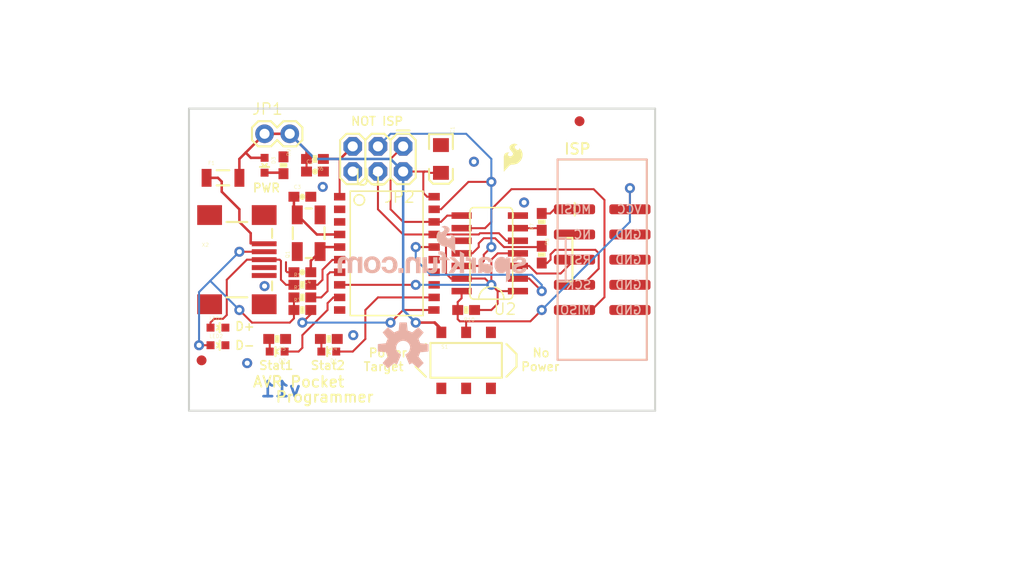
<source format=kicad_pcb>
(kicad_pcb (version 20211014) (generator pcbnew)
  (layers (0 "F.Cu" signal) (31 "B.Cu" signal) (34 "B.Paste" user) (35 "F.Paste" user) (36 "B.SilkS" user "B.Silkscreen") (37 "F.SilkS" user "F.Silkscreen") (38 "B.Mask" user) (39 "F.Mask" user) (44 "Edge.Cuts" user))
  (net 0 "")
  (net 1 "VCC")
  (net 2 "GND")
  (net 3 "RST")
  (net 4 "RST'")
  (net 5 "SCK'")
  (net 6 "MOSI'")
  (net 7 "MISO'")
  (net 8 "D-")
  (net 9 "D+")
  (net 10 "PD+")
  (net 11 "PD-")
  (net 12 "N$1")
  (net 13 "N$2")
  (net 14 "N$17")
  (net 15 "N$18")
  (net 16 "N$19")
  (net 17 "CTL")
  (net 18 "N$22")
  (net 19 "N$25")
  (net 20 "TARGET-RST")
  (net 21 "TARGET-MOSI")
  (net 22 "TARGET-SCK")
  (net 23 "TARGET-MISO")
  (net 24 "TARGET-PWR")
  (net 25 "N$3")
  (net 26 "N$4")
  (net 27 "N$5")
  (net 28 "N$6")
  (footprint "boardEagle:SFE-LOGO-FLAME" (layer "F.Cu") (at 156.7561 96.1136)
    (fp_text reference "U$2" hide)
    (fp_text value "LOGO-SFESK" hide)
  )
  (footprint "boardEagle:LED-0603" (layer "F.Cu") (at 133.8961 114.2746 90)
    (fp_text reference "D2" (at -0.6985 0.889 180) (layer "F.SilkS") (effects (font (size 0.373888 0.373888) (thickness 0.032512)) (justify right top)))
    (fp_text value "Red")
    (pad "A" smd rect (at 0 0.75 90) (size 0.8 0.8) (layers "F.Cu" "F.Paste" "F.Mask") (net 13 "N$2"))
    (pad "C" smd rect (at 0 -0.75 90) (size 0.8 0.8) (layers "F.Cu" "F.Paste" "F.Mask") (net 16 "N$19"))
  )
  (footprint "boardEagle:PTC-1206-WIDE" (layer "F.Cu") (at 128.4351 96.7486)
    (fp_text reference "F1" (at -1.524 -1.27) (layer "F.SilkS") (effects (font (size 0.373888 0.373888) (thickness 0.032512)) (justify left bottom)))
    (fp_text value "500mA")
    (pad "1" smd rect (at -1.654 0) (size 1 1.8) (layers "F.Cu" "F.Paste" "F.Mask") (net 26 "N$4"))
    (pad "2" smd rect (at 1.654 0) (size 1 1.8) (layers "F.Cu" "F.Paste" "F.Mask") (net 1 "VCC"))
  )
  (footprint "boardEagle:FIDUCIAL-1X2" (layer "F.Cu") (at 164.3761 91.0336)
    (fp_text reference "U$7" hide)
    (fp_text value "FIDUCIAL1X2" hide)
    (pad "1" smd roundrect (at 0 0) (size 1 1) (layers "F.Cu" "F.Mask") (roundrect_rratio 0.5))
  )
  (footprint "boardEagle:LED-0603" (layer "F.Cu") (at 132.6261 95.4786 180)
    (fp_text reference "D3" (at -0.6985 0.889 270) (layer "F.SilkS") (effects (font (size 0.373888 0.373888) (thickness 0.032512)) (justify right top)))
    (fp_text value "Blue")
    (pad "A" smd rect (at 0 0.75 180) (size 0.8 0.8) (layers "F.Cu" "F.Paste" "F.Mask") (net 1 "VCC"))
    (pad "C" smd rect (at 0 -0.75 180) (size 0.8 0.8) (layers "F.Cu" "F.Paste" "F.Mask") (net 25 "N$3"))
  )
  (footprint "boardEagle:SO014" (layer "F.Cu") (at 155.4861 105.0036 90)
    (fp_text reference "U2" (at -4.318 2.6035 180) (layer "F.SilkS") (effects (font (size 1.143 1.143) (thickness 0.127)) (justify right top)))
    (fp_text value "74ACT125D" hide)
    (pad "1" smd rect (at -3.175 2.6797 90) (size 0.6604 2.032) (layers "F.Cu" "F.Paste" "F.Mask") (net 17 "CTL"))
    (pad "2" smd rect (at -1.905 2.6797 90) (size 0.6604 2.032) (layers "F.Cu" "F.Paste" "F.Mask") (net 4 "RST'"))
    (pad "3" smd rect (at -0.635 2.6797 90) (size 0.6604 2.032) (layers "F.Cu" "F.Paste" "F.Mask") (net 20 "TARGET-RST"))
    (pad "4" smd rect (at 0.635 2.6797 90) (size 0.6604 2.032) (layers "F.Cu" "F.Paste" "F.Mask") (net 17 "CTL"))
    (pad "5" smd rect (at 1.905 2.6797 90) (size 0.6604 2.032) (layers "F.Cu" "F.Paste" "F.Mask") (net 6 "MOSI'"))
    (pad "6" smd rect (at 3.175 2.6797 90) (size 0.6604 2.032) (layers "F.Cu" "F.Paste" "F.Mask") (net 18 "N$22"))
    (pad "7" smd rect (at 4.445 2.6797 90) (size 0.6604 2.032) (layers "F.Cu" "F.Paste" "F.Mask") (net 2 "GND"))
    (pad "8" smd rect (at 4.445 -2.9972 90) (size 0.6604 2.032) (layers "F.Cu" "F.Paste" "F.Mask") (net 7 "MISO'"))
    (pad "9" smd rect (at 3.175 -2.9972 90) (size 0.6604 2.032) (layers "F.Cu" "F.Paste" "F.Mask") (net 23 "TARGET-MISO"))
    (pad "10" smd rect (at 1.905 -2.9972 90) (size 0.6604 2.032) (layers "F.Cu" "F.Paste" "F.Mask") (net 17 "CTL"))
    (pad "11" smd rect (at 0.635 -2.9972 90) (size 0.6604 2.032) (layers "F.Cu" "F.Paste" "F.Mask") (net 19 "N$25"))
    (pad "12" smd rect (at -0.635 -2.9972 90) (size 0.6604 2.032) (layers "F.Cu" "F.Paste" "F.Mask") (net 5 "SCK'"))
    (pad "13" smd rect (at -1.905 -2.9972 90) (size 0.6604 2.032) (layers "F.Cu" "F.Paste" "F.Mask") (net 17 "CTL"))
    (pad "14" smd rect (at -3.175 -2.9972 90) (size 0.6604 2.032) (layers "F.Cu" "F.Paste" "F.Mask") (net 24 "TARGET-PWR"))
  )
  (footprint "boardEagle:LED-0603" (layer "F.Cu") (at 127.9271 111.8616 -90)
    (fp_text reference "LED1" (at -0.6985 0.889) (layer "F.SilkS") (effects (font (size 0.373888 0.373888) (thickness 0.032512)) (justify left bottom)))
    (fp_text value "Blue")
    (pad "A" smd rect (at 0 0.75 270) (size 0.8 0.8) (layers "F.Cu" "F.Paste" "F.Mask") (net 9 "D+"))
    (pad "C" smd rect (at 0 -0.75 270) (size 0.8 0.8) (layers "F.Cu" "F.Paste" "F.Mask") (net 2 "GND"))
  )
  (footprint "boardEagle:2X5-SHROUDED_SMD" (layer "F.Cu") (at 166.6621 105.0036)
    (fp_text reference "JP3" hide)
    (fp_text value "AVR_SPI_PROG2SHROUDED_SMD")
    (pad "1" smd roundrect (at -2.794 -5.08) (size 4.15 1) (layers "F.Cu" "F.Paste" "F.Mask") (net 21 "TARGET-MOSI"))
    (pad "2" smd roundrect (at 2.794 -5.08) (size 4.15 1) (layers "F.Cu" "F.Paste" "F.Mask") (net 24 "TARGET-PWR"))
    (pad "3" smd roundrect (at -2.794 -2.54) (size 4.15 1) (layers "F.Cu" "F.Paste" "F.Mask"))
    (pad "4" smd roundrect (at 2.794 -2.54) (size 4.15 1) (layers "F.Cu" "F.Paste" "F.Mask") (net 2 "GND"))
    (pad "5" smd roundrect (at -2.794 0) (size 4.15 1) (layers "F.Cu" "F.Paste" "F.Mask") (net 20 "TARGET-RST"))
    (pad "6" smd roundrect (at 2.794 0) (size 4.15 1) (layers "F.Cu" "F.Paste" "F.Mask") (net 2 "GND"))
    (pad "7" smd roundrect (at -2.794 2.54) (size 4.15 1) (layers "F.Cu" "F.Paste" "F.Mask") (net 22 "TARGET-SCK"))
    (pad "8" smd roundrect (at 2.794 2.54) (size 4.15 1) (layers "F.Cu" "F.Paste" "F.Mask") (net 2 "GND"))
    (pad "9" smd roundrect (at -2.794 5.08) (size 4.15 1) (layers "F.Cu" "F.Paste" "F.Mask") (net 23 "TARGET-MISO"))
    (pad "10" smd roundrect (at 2.794 5.08) (size 4.15 1) (layers "F.Cu" "F.Paste" "F.Mask") (net 2 "GND"))
  )
  (footprint "boardEagle:LED-0603" (layer "F.Cu") (at 127.9271 113.6396 -90)
    (fp_text reference "LED2" (at -0.6985 0.889) (layer "F.SilkS") (effects (font (size 0.373888 0.373888) (thickness 0.032512)) (justify left bottom)))
    (fp_text value "Blue")
    (pad "A" smd rect (at 0 0.75 270) (size 0.8 0.8) (layers "F.Cu" "F.Paste" "F.Mask") (net 8 "D-"))
    (pad "C" smd rect (at 0 -0.75 270) (size 0.8 0.8) (layers "F.Cu" "F.Paste" "F.Mask") (net 2 "GND"))
  )
  (footprint "boardEagle:0603-RES" (layer "F.Cu") (at 133.8961 113.0046 180)
    (fp_text reference "R5" (at -0.889 -0.762 180) (layer "F.SilkS") (effects (font (size 0.373888 0.373888) (thickness 0.032512)) (justify right top)))
    (fp_text value "1K")
    (pad "1" smd rect (at -0.85 0 180) (size 1.1 1) (layers "F.Cu" "F.Paste" "F.Mask") (net 2 "GND"))
    (pad "2" smd rect (at 0.85 0 180) (size 1.1 1) (layers "F.Cu" "F.Paste" "F.Mask") (net 16 "N$19"))
  )
  (footprint "boardEagle:STAND-OFF" (layer "F.Cu") (at 169.4561 117.7036)
    (fp_text reference "U$5" hide)
    (fp_text value "STAND-OFF" hide)
    (pad "" np_thru_hole circle (at 0 0) (size 3.302 3.302) (drill 3.302) (layers *.Cu *.Mask))
  )
  (footprint "boardEagle:1X02" (layer "F.Cu") (at 132.6261 92.3036)
    (fp_text reference "JP1" (at -1.3462 -1.8288) (layer "F.SilkS") (effects (font (size 1.143 1.143) (thickness 0.127)) (justify left bottom)))
    (fp_text value "Power Select")
    (pad "1" thru_hole circle (at 0 0 90) (size 1.8796 1.8796) (drill 1.016) (layers *.Cu *.Mask) (net 1 "VCC"))
    (pad "2" thru_hole circle (at 2.54 0 90) (size 1.8796 1.8796) (drill 1.016) (layers *.Cu *.Mask) (net 1 "VCC"))
  )
  (footprint "boardEagle:CRYSTAL-SMD-5X3" (layer "F.Cu") (at 137.0711 102.3366 90)
    (fp_text reference "Q1" (at -2.54 -1.905 90) (layer "F.SilkS") (effects (font (size 0.373888 0.373888) (thickness 0.032512)) (justify left bottom)))
    (fp_text value "12 MHz")
    (pad "1" smd rect (at -1.85 1.15 90) (size 1.9 1.1) (layers "F.Cu" "F.Paste" "F.Mask") (net 28 "N$6"))
    (pad "2" smd rect (at 1.85 1.15 90) (size 1.9 1.1) (layers "F.Cu" "F.Paste" "F.Mask"))
    (pad "3" smd rect (at 1.85 -1.15 90) (size 1.9 1.1) (layers "F.Cu" "F.Paste" "F.Mask") (net 27 "N$5"))
    (pad "4" smd rect (at -1.85 -1.15 90) (size 1.9 1.1) (layers "F.Cu" "F.Paste" "F.Mask"))
  )
  (footprint "boardEagle:0603-RES" (layer "F.Cu") (at 152.9461 110.0836 180)
    (fp_text reference "R10" (at -0.889 -0.762 180) (layer "F.SilkS") (effects (font (size 0.373888 0.373888) (thickness 0.032512)) (justify right top)))
    (fp_text value "22K")
    (pad "1" smd rect (at -0.85 0 180) (size 1.1 1) (layers "F.Cu" "F.Paste" "F.Mask") (net 17 "CTL"))
    (pad "2" smd rect (at 0.85 0 180) (size 1.1 1) (layers "F.Cu" "F.Paste" "F.Mask") (net 24 "TARGET-PWR"))
  )
  (footprint "boardEagle:0603-RES" (layer "F.Cu") (at 137.7061 94.8436 180)
    (fp_text reference "R6" (at -0.889 -0.762 180) (layer "F.SilkS") (effects (font (size 0.373888 0.373888) (thickness 0.032512)) (justify right top)))
    (fp_text value "1K")
    (pad "1" smd rect (at -0.85 0 180) (size 1.1 1) (layers "F.Cu" "F.Paste" "F.Mask") (net 3 "RST"))
    (pad "2" smd rect (at 0.85 0 180) (size 1.1 1) (layers "F.Cu" "F.Paste" "F.Mask") (net 1 "VCC"))
  )
  (footprint "boardEagle:CREATIVE_COMMONS" (layer "F.Cu") (at 126.2761 131.6736)
    (fp_text reference "FRAME1" hide)
    (fp_text value "FRAME-LETTER" hide)
  )
  (footprint "boardEagle:0603-RES" (layer "F.Cu") (at 136.4361 108.8136)
    (fp_text reference "R2" (at -0.889 -0.762) (layer "F.SilkS") (effects (font (size 0.373888 0.373888) (thickness 0.032512)) (justify left bottom)))
    (fp_text value "27")
    (pad "1" smd rect (at -0.85 0) (size 1.1 1) (layers "F.Cu" "F.Paste" "F.Mask") (net 8 "D-"))
    (pad "2" smd rect (at 0.85 0) (size 1.1 1) (layers "F.Cu" "F.Paste" "F.Mask") (net 11 "PD-"))
  )
  (footprint "boardEagle:AYZ0202" (layer "F.Cu") (at 152.9461 115.1636)
    (fp_text reference "S1" (at -2.54 -1.143) (layer "F.SilkS") (effects (font (size 0.373888 0.373888) (thickness 0.032512)) (justify left bottom)))
    (fp_text value "Power Select")
    (pad "" np_thru_hole circle (at -1.5 0) (size 0.85 0.85) (drill 0.85) (layers *.Cu *.Mask))
    (pad "" np_thru_hole circle (at 1.5 0) (size 0.85 0.85) (drill 0.85) (layers *.Cu *.Mask))
    (pad "1" smd rect (at -2.5 -2.825) (size 1 1.15) (layers "F.Cu" "F.Paste" "F.Mask") (net 1 "VCC"))
    (pad "2" smd rect (at 0 -2.825) (size 1 1.15) (layers "F.Cu" "F.Paste" "F.Mask") (net 24 "TARGET-PWR"))
    (pad "3" smd rect (at 2.5 -2.825) (size 1 1.15) (layers "F.Cu" "F.Paste" "F.Mask"))
    (pad "4" smd rect (at -2.5 2.825) (size 1 1.15) (layers "F.Cu" "F.Paste" "F.Mask"))
    (pad "5" smd rect (at 0 2.825) (size 1 1.15) (layers "F.Cu" "F.Paste" "F.Mask"))
    (pad "6" smd rect (at 2.5 2.825) (size 1 1.15) (layers "F.Cu" "F.Paste" "F.Mask"))
  )
  (footprint "boardEagle:0603-CAP" (layer "F.Cu") (at 137.7061 96.1136)
    (fp_text reference "C2" (at -0.889 -0.762) (layer "F.SilkS") (effects (font (size 0.373888 0.373888) (thickness 0.032512)) (justify left bottom)))
    (fp_text value "0.1uF")
    (pad "1" smd rect (at -0.85 0) (size 1.1 1) (layers "F.Cu" "F.Paste" "F.Mask") (net 1 "VCC"))
    (pad "2" smd rect (at 0.85 0) (size 1.1 1) (layers "F.Cu" "F.Paste" "F.Mask") (net 2 "GND"))
  )
  (footprint "boardEagle:0603-RES" (layer "F.Cu") (at 136.4361 110.0836)
    (fp_text reference "R3" (at -0.889 -0.762) (layer "F.SilkS") (effects (font (size 0.373888 0.373888) (thickness 0.032512)) (justify left bottom)))
    (fp_text value "1.5K")
    (pad "1" smd rect (at -0.85 0) (size 1.1 1) (layers "F.Cu" "F.Paste" "F.Mask") (net 8 "D-"))
    (pad "2" smd rect (at 0.85 0) (size 1.1 1) (layers "F.Cu" "F.Paste" "F.Mask") (net 12 "N$1"))
  )
  (footprint "boardEagle:STAND-OFF" (layer "F.Cu") (at 127.5461 92.3036)
    (fp_text reference "U$3" hide)
    (fp_text value "STAND-OFF" hide)
    (pad "" np_thru_hole circle (at 0 0) (size 3.302 3.302) (drill 3.302) (layers *.Cu *.Mask))
  )
  (footprint "boardEagle:0603-RES" (layer "F.Cu") (at 139.1031 113.0046 180)
    (fp_text reference "R4" (at -0.889 -0.762 180) (layer "F.SilkS") (effects (font (size 0.373888 0.373888) (thickness 0.032512)) (justify right top)))
    (fp_text value "1K")
    (pad "1" smd rect (at -0.85 0 180) (size 1.1 1) (layers "F.Cu" "F.Paste" "F.Mask") (net 2 "GND"))
    (pad "2" smd rect (at 0.85 0 180) (size 1.1 1) (layers "F.Cu" "F.Paste" "F.Mask") (net 15 "N$18"))
  )
  (footprint "boardEagle:SO20L" (layer "F.Cu") (at 145.3261 103.7336 -90)
    (fp_text reference "U1" (at -6.0706 3.81) (layer "F.SilkS") (effects (font (size 1.6002 1.6002) (thickness 0.1778)) (justify left bottom)))
    (fp_text value "ATTINY2313-20S")
    (pad "1" smd rect (at -5.08 5.1308 270) (size 0.762 1.143) (layers "F.Cu" "F.Paste" "F.Mask") (net 3 "RST"))
    (pad "2" smd rect (at -3.81 5.1308 270) (size 0.762 1.143) (layers "F.Cu" "F.Paste" "F.Mask"))
    (pad "3" smd rect (at -2.54 5.1308 270) (size 0.762 1.143) (layers "F.Cu" "F.Paste" "F.Mask"))
    (pad "4" smd rect (at -1.27 5.1308 270) (size 0.762 1.143) (layers "F.Cu" "F.Paste" "F.Mask") (net 27 "N$5"))
    (pad "5" smd rect (at 0 5.1308 270) (size 0.762 1.143) (layers "F.Cu" "F.Paste" "F.Mask") (net 28 "N$6"))
    (pad "6" smd rect (at 1.27 5.1308 270) (size 0.762 1.143) (layers "F.Cu" "F.Paste" "F.Mask") (net 10 "PD+"))
    (pad "7" smd rect (at 2.54 5.1308 270) (size 0.762 1.143) (layers "F.Cu" "F.Paste" "F.Mask") (net 11 "PD-"))
    (pad "8" smd rect (at 3.81 5.1308 270) (size 0.762 1.143) (layers "F.Cu" "F.Paste" "F.Mask") (net 17 "CTL"))
    (pad "9" smd rect (at 5.08 5.1308 270) (size 0.762 1.143) (layers "F.Cu" "F.Paste" "F.Mask") (net 13 "N$2"))
    (pad "10" smd rect (at 6.35 5.1308 270) (size 0.762 1.143) (layers "F.Cu" "F.Paste" "F.Mask") (net 2 "GND"))
    (pad "11" smd rect (at 6.35 -4.3688 270) (size 0.762 1.143) (layers "F.Cu" "F.Paste" "F.Mask") (net 12 "N$1"))
    (pad "12" smd rect (at 5.08 -4.3942 270) (size 0.762 1.143) (layers "F.Cu" "F.Paste" "F.Mask") (net 14 "N$17"))
    (pad "13" smd rect (at 3.81 -4.3942 270) (size 0.762 1.143) (layers "F.Cu" "F.Paste" "F.Mask"))
    (pad "14" smd rect (at 2.54 -4.3942 270) (size 0.762 1.143) (layers "F.Cu" "F.Paste" "F.Mask"))
    (pad "15" smd rect (at 1.27 -4.3942 270) (size 0.762 1.143) (layers "F.Cu" "F.Paste" "F.Mask"))
    (pad "16" smd rect (at 0 -4.3942 270) (size 0.762 1.143) (layers "F.Cu" "F.Paste" "F.Mask") (net 4 "RST'"))
    (pad "17" smd rect (at -1.27 -4.3942 270) (size 0.762 1.143) (layers "F.Cu" "F.Paste" "F.Mask") (net 6 "MOSI'"))
    (pad "18" smd rect (at -2.54 -4.3942 270) (size 0.762 1.143) (layers "F.Cu" "F.Paste" "F.Mask") (net 7 "MISO'"))
    (pad "19" smd rect (at -3.81 -4.3942 270) (size 0.762 1.143) (layers "F.Cu" "F.Paste" "F.Mask") (net 5 "SCK'"))
    (pad "20" smd rect (at -5.08 -4.3942 270) (size 0.762 1.143) (layers "F.Cu" "F.Paste" "F.Mask") (net 1 "VCC"))
  )
  (footprint "boardEagle:FIDUCIAL-1X2" (layer "F.Cu") (at 126.2761 115.1636)
    (fp_text reference "U$6" hide)
    (fp_text value "FIDUCIAL1X2" hide)
    (pad "1" smd roundrect (at 0 0) (size 1 1) (layers "F.Cu" "F.Mask") (roundrect_rratio 0.5))
  )
  (footprint "boardEagle:0603-RES" (layer "F.Cu") (at 136.4361 107.5436)
    (fp_text reference "R1" (at -0.889 -0.762) (layer "F.SilkS") (effects (font (size 0.373888 0.373888) (thickness 0.032512)) (justify left bottom)))
    (fp_text value "27")
    (pad "1" smd rect (at -0.85 0) (size 1.1 1) (layers "F.Cu" "F.Paste" "F.Mask") (net 9 "D+"))
    (pad "2" smd rect (at 0.85 0) (size 1.1 1) (layers "F.Cu" "F.Paste" "F.Mask") (net 10 "PD+"))
  )
  (footprint "boardEagle:2X3" (layer "F.Cu") (at 146.5961 93.5736 180)
    (fp_text reference "JP2" (at -1.27 -4.445 180) (layer "F.SilkS") (effects (font (size 1.143 1.143) (thickness 0.127)) (justify right top)))
    (fp_text value "AVR_SPI_PRG_6PTH")
    (pad "1" thru_hole roundrect (at 0 0 180) (size 1.8796 1.8796) (drill 1.016) (layers *.Cu *.Mask) (chamfer_ratio 0.2928932188) (chamfer top_left top_right bottom_left bottom_right) (net 7 "MISO'"))
    (pad "2" thru_hole roundrect (at 0 -2.54 180) (size 1.8796 1.8796) (drill 1.016) (layers *.Cu *.Mask) (chamfer_ratio 0.2928932188) (chamfer top_left top_right bottom_left bottom_right) (net 1 "VCC"))
    (pad "3" thru_hole roundrect (at 2.54 0 180) (size 1.8796 1.8796) (drill 1.016) (layers *.Cu *.Mask) (chamfer_ratio 0.2928932188) (chamfer top_left top_right bottom_left bottom_right) (net 5 "SCK'"))
    (pad "4" thru_hole roundrect (at 2.54 -2.54 180) (size 1.8796 1.8796) (drill 1.016) (layers *.Cu *.Mask) (chamfer_ratio 0.2928932188) (chamfer top_left top_right bottom_left bottom_right) (net 6 "MOSI'"))
    (pad "5" thru_hole roundrect (at 5.08 0 180) (size 1.8796 1.8796) (drill 1.016) (layers *.Cu *.Mask) (chamfer_ratio 0.2928932188) (chamfer top_left top_right bottom_left bottom_right) (net 3 "RST"))
    (pad "6" thru_hole roundrect (at 5.08 -2.54 180) (size 1.8796 1.8796) (drill 1.016) (layers *.Cu *.Mask) (chamfer_ratio 0.2928932188) (chamfer top_left top_right bottom_left bottom_right) (net 2 "GND"))
  )
  (footprint "boardEagle:0603-CAP" (layer "F.Cu") (at 136.4361 106.2736 180)
    (fp_text reference "C4" (at -0.889 -0.762 180) (layer "F.SilkS") (effects (font (size 0.373888 0.373888) (thickness 0.032512)) (justify right top)))
    (fp_text value "22pF")
    (pad "1" smd rect (at -0.85 0 180) (size 1.1 1) (layers "F.Cu" "F.Paste" "F.Mask") (net 28 "N$6"))
    (pad "2" smd rect (at 0.85 0 180) (size 1.1 1) (layers "F.Cu" "F.Paste" "F.Mask") (net 2 "GND"))
  )
  (footprint "boardEagle:STAND-OFF" (layer "F.Cu") (at 169.4561 92.3036)
    (fp_text reference "U$4" hide)
    (fp_text value "STAND-OFF" hide)
    (pad "" np_thru_hole circle (at 0 0) (size 3.302 3.302) (drill 3.302) (layers *.Cu *.Mask))
  )
  (footprint "boardEagle:EIA3216" (layer "F.Cu") (at 150.4061 94.8436 -90)
    (fp_text reference "C1" (at -2.54 -1.381 -90) (layer "F.SilkS") (effects (font (size 0.373888 0.373888) (thickness 0.032512)) (justify left bottom)))
    (fp_text value "10uF")
    (pad "A" smd rect (at 1.4 0) (size 1.6 1.4) (layers "F.Cu" "F.Paste" "F.Mask") (net 1 "VCC"))
    (pad "C" smd rect (at -1.4 0) (size 1.6 1.4) (layers "F.Cu" "F.Paste" "F.Mask") (net 2 "GND"))
  )
  (footprint "boardEagle:LED-0603" (layer "F.Cu") (at 139.1031 114.2746 90)
    (fp_text reference "D1" (at -0.6985 0.889 180) (layer "F.SilkS") (effects (font (size 0.373888 0.373888) (thickness 0.032512)) (justify right top)))
    (fp_text value "Blue")
    (pad "A" smd rect (at 0 0.75 90) (size 0.8 0.8) (layers "F.Cu" "F.Paste" "F.Mask") (net 14 "N$17"))
    (pad "C" smd rect (at 0 -0.75 90) (size 0.8 0.8) (layers "F.Cu" "F.Paste" "F.Mask") (net 15 "N$18"))
  )
  (footprint "boardEagle:STAND-OFF" (layer "F.Cu") (at 127.5461 117.7036)
    (fp_text reference "U$1" hide)
    (fp_text value "STAND-OFF" hide)
    (pad "" np_thru_hole circle (at 0 0) (size 3.302 3.302) (drill 3.302) (layers *.Cu *.Mask))
  )
  (footprint "boardEagle:0603-RES" (layer "F.Cu") (at 160.5661 101.1936 90)
    (fp_text reference "R7" (at -0.889 -0.762 90) (layer "F.SilkS") (effects (font (size 0.373888 0.373888) (thickness 0.032512)) (justify left bottom)))
    (fp_text value "100")
    (pad "1" smd rect (at -0.85 0 90) (size 1.1 1) (layers "F.Cu" "F.Paste" "F.Mask") (net 18 "N$22"))
    (pad "2" smd rect (at 0.85 0 90) (size 1.1 1) (layers "F.Cu" "F.Paste" "F.Mask") (net 21 "TARGET-MOSI"))
  )
  (footprint "boardEagle:0603-CAP" (layer "F.Cu") (at 136.4361 98.6536)
    (fp_text reference "C3" (at -0.889 -0.762) (layer "F.SilkS") (effects (font (size 0.373888 0.373888) (thickness 0.032512)) (justify left bottom)))
    (fp_text value "22pF")
    (pad "1" smd rect (at -0.85 0) (size 1.1 1) (layers "F.Cu" "F.Paste" "F.Mask") (net 27 "N$5"))
    (pad "2" smd rect (at 0.85 0) (size 1.1 1) (layers "F.Cu" "F.Paste" "F.Mask") (net 2 "GND"))
  )
  (footprint "boardEagle:0603-RES" (layer "F.Cu") (at 160.5661 104.4956 -90)
    (fp_text reference "R8" (at -0.889 -0.762 -90) (layer "F.SilkS") (effects (font (size 0.373888 0.373888) (thickness 0.032512)) (justify left bottom)))
    (fp_text value "100")
    (pad "1" smd rect (at -0.85 0 270) (size 1.1 1) (layers "F.Cu" "F.Paste" "F.Mask") (net 19 "N$25"))
    (pad "2" smd rect (at 0.85 0 270) (size 1.1 1) (layers "F.Cu" "F.Paste" "F.Mask") (net 22 "TARGET-SCK"))
  )
  (footprint "boardEagle:USB-MINIB" (layer "F.Cu") (at 130.0861 105.0036)
    (fp_text reference "X2" (at -3.81 -1.27) (layer "F.SilkS") (effects (font (size 0.373888 0.373888) (thickness 0.032512)) (justify left bottom)))
    (fp_text value "USBSMD")
    (pad "" np_thru_hole circle (at 0 2.2) (size 0.9 0.9) (drill 0.9) (layers *.Cu *.Mask))
    (pad "" np_thru_hole circle (at 0 -2.2) (size 0.9 0.9) (drill 0.9) (layers *.Cu *.Mask))
    (pad "D+" smd rect (at 2.5 0) (size 2.5 0.5) (layers "F.Cu" "F.Paste" "F.Mask") (net 9 "D+"))
    (pad "D-" smd rect (at 2.5 -0.8) (size 2.5 0.5) (layers "F.Cu" "F.Paste" "F.Mask") (net 8 "D-"))
    (pad "GND" smd rect (at 2.5 1.6) (size 2.5 0.5) (layers "F.Cu" "F.Paste" "F.Mask") (net 2 "GND"))
    (pad "GND@1" smd rect (at -3 4.5) (size 2.5 2) (layers "F.Cu" "F.Paste" "F.Mask"))
    (pad "GND@2" smd rect (at -3 -4.5) (size 2.5 2) (layers "F.Cu" "F.Paste" "F.Mask"))
    (pad "GND@3" smd rect (at 2.5 -4.5) (size 2.5 2) (layers "F.Cu" "F.Paste" "F.Mask"))
    (pad "GND@4" smd rect (at 2.5 4.5) (size 2.5 2) (layers "F.Cu" "F.Paste" "F.Mask"))
    (pad "ID" smd rect (at 2.5 0.8) (size 2.5 0.5) (layers "F.Cu" "F.Paste" "F.Mask"))
    (pad "VBUS" smd rect (at 2.5 -1.6) (size 2.5 0.5) (layers "F.Cu" "F.Paste" "F.Mask") (net 26 "N$4"))
  )
  (footprint "boardEagle:0603-RES" (layer "F.Cu") (at 134.5311 95.4786 -90)
    (fp_text reference "R9" (at -0.889 -0.762 -90) (layer "F.SilkS") (effects (font (size 0.373888 0.373888) (thickness 0.032512)) (justify left bottom)))
    (fp_text value "1K")
    (pad "1" smd rect (at -0.85 0 270) (size 1.1 1) (layers "F.Cu" "F.Paste" "F.Mask") (net 2 "GND"))
    (pad "2" smd rect (at 0.85 0 270) (size 1.1 1) (layers "F.Cu" "F.Paste" "F.Mask") (net 25 "N$3"))
  )
  (footprint "boardEagle:OSHW-LOGO-M" (layer "B.Cu") (at 146.5961 113.8936 180)
    (fp_text reference "LOGO1" hide)
    (fp_text value "OSHW-LOGOM" hide)
  )
  (footprint "boardEagle:SFE-NEW-WEBLOGO" (layer "B.Cu") (at 159.0421 107.2896 180)
    (fp_text reference "U$8" hide)
    (fp_text value "LOGO-SFENEW" hide)
  )
  (gr_line (start 171.1579 94.9198) (end 171.1579 115.1128) (layer "B.SilkS") (width 0.2032))
  (gr_line (start 162.1663 107.188) (end 162.1663 94.8944) (layer "B.SilkS") (width 0.2032))
  (gr_line (start 162.9791 102.7938) (end 162.9791 107.188) (layer "B.SilkS") (width 0.2032))
  (gr_line (start 171.1579 115.1128) (end 162.1663 115.1128) (layer "B.SilkS") (width 0.2032))
  (gr_line (start 162.1663 115.1128) (end 162.1663 107.188) (layer "B.SilkS") (width 0.2032))
  (gr_line (start 162.1663 94.8944) (end 171.1579 94.8944) (layer "B.SilkS") (width 0.2032))
  (gr_line (start 162.9791 107.188) (end 162.1663 107.188) (layer "B.SilkS") (width 0.2032))
  (gr_line (start 162.1917 102.7938) (end 162.9791 102.7938) (layer "B.SilkS") (width 0.2032))
  (gr_line (start 158.0261 115.7986) (end 158.0261 114.5286) (layer "F.SilkS") (width 0.2032))
  (gr_line (start 158.0261 114.5286) (end 157.0101 113.5126) (layer "F.SilkS") (width 0.2032))
  (gr_line (start 148.8821 113.5126) (end 147.8661 114.5286) (layer "F.SilkS") (width 0.2032))
  (gr_line (start 147.8661 114.5286) (end 147.8661 115.7986) (layer "F.SilkS") (width 0.2032))
  (gr_line (start 147.8661 115.7986) (end 148.8821 116.8146) (layer "F.SilkS") (width 0.2032))
  (gr_line (start 157.0101 116.8146) (end 158.0261 115.7986) (layer "F.SilkS") (width 0.2032))
  (gr_line (start 171.9961 89.7636) (end 171.9961 120.2436) (layer "Edge.Cuts") (width 0.2032))
  (gr_line (start 171.9961 120.2436) (end 125.0061 120.2436) (layer "Edge.Cuts") (width 0.2032))
  (gr_line (start 125.0061 120.2436) (end 125.0061 89.7636) (layer "Edge.Cuts") (width 0.2032))
  (gr_line (start 125.0061 89.7636) (end 171.9961 89.7636) (layer "Edge.Cuts") (width 0.2032))
  (gr_text "v11" (at 136.4361 118.9736) (layer "B.Cu") (effects (font (size 1.5113 1.5113) (thickness 0.2667)) (justify left bottom mirror)))
  (gr_text "NC" (at 165.6461 102.9716) (layer "B.SilkS") (effects (font (size 0.8636 0.8636) (thickness 0.1524)) (justify left bottom mirror)))
  (gr_text "RST" (at 165.6461 105.5116) (layer "B.SilkS") (effects (font (size 0.8636 0.8636) (thickness 0.1524)) (justify left bottom mirror)))
  (gr_text "MISO" (at 165.6461 110.5916) (layer "B.SilkS") (effects (font (size 0.8636 0.8636) (thickness 0.1524)) (justify left bottom mirror)))
  (gr_text "GND" (at 170.7261 105.5116) (layer "B.SilkS") (effects (font (size 0.8636 0.8636) (thickness 0.1524)) (justify left bottom mirror)))
  (gr_text "MOSI" (at 165.6461 100.4316) (layer "B.SilkS") (effects (font (size 0.8636 0.8636) (thickness 0.1524)) (justify left bottom mirror)))
  (gr_text "SCK" (at 165.6461 108.0516) (layer "B.SilkS") (effects (font (size 0.8636 0.8636) (thickness 0.1524)) (justify left bottom mirror)))
  (gr_text "GND" (at 170.7261 102.9716) (layer "B.SilkS") (effects (font (size 0.8636 0.8636) (thickness 0.1524)) (justify left bottom mirror)))
  (gr_text "VCC" (at 170.7261 100.4316) (layer "B.SilkS") (effects (font (size 0.8636 0.8636) (thickness 0.1524)) (justify left bottom mirror)))
  (gr_text "GND" (at 170.7261 108.0516) (layer "B.SilkS") (effects (font (size 0.8636 0.8636) (thickness 0.1524)) (justify left bottom mirror)))
  (gr_text "GND" (at 170.7261 110.5916) (layer "B.SilkS") (effects (font (size 0.8636 0.8636) (thickness 0.1524)) (justify left bottom mirror)))
  (gr_text "Stat2" (at 137.1981 116.1796) (layer "F.SilkS") (effects (font (size 0.8636 0.8636) (thickness 0.1524)) (justify left bottom)))
  (gr_text "D-" (at 129.5781 114.1476) (layer "F.SilkS") (effects (font (size 0.8636 0.8636) (thickness 0.1524)) (justify left bottom)))
  (gr_text "NOT ISP" (at 141.2621 91.5416) (layer "F.SilkS") (effects (font (size 0.8636 0.8636) (thickness 0.1524)) (justify left bottom)))
  (gr_text "No" (at 159.5501 114.9096) (layer "F.SilkS") (effects (font (size 0.8636 0.8636) (thickness 0.1524)) (justify left bottom)))
  (gr_text "Stat1" (at 131.9911 116.1796) (layer "F.SilkS") (effects (font (size 0.8636 0.8636) (thickness 0.1524)) (justify left bottom)))
  (gr_text "Power" (at 158.4071 116.3066) (layer "F.SilkS") (effects (font (size 0.8636 0.8636) (thickness 0.1524)) (justify left bottom)))
  (gr_text "D+" (at 129.5781 112.2426) (layer "F.SilkS") (effects (font (size 0.8636 0.8636) (thickness 0.1524)) (justify left bottom)))
  (gr_text "ISP" (at 162.7251 94.4626) (layer "F.SilkS") (effects (font (size 1.0795 1.0795) (thickness 0.1905)) (justify left bottom)))
  (gr_text "PWR" (at 131.3561 98.2726) (layer "F.SilkS") (effects (font (size 0.8636 0.8636) (thickness 0.1524)) (justify left bottom)))
  (gr_text "Target" (at 142.5321 116.3066) (layer "F.SilkS") (effects (font (size 0.8636 0.8636) (thickness 0.1524)) (justify left bottom)))
  (gr_text "AVR Pocket" (at 131.3561 117.9576) (layer "F.SilkS") (effects (font (size 1.0795 1.0795) (thickness 0.1905)) (justify left bottom)))
  (gr_text "Power" (at 143.0401 114.9096) (layer "F.SilkS") (effects (font (size 0.8636 0.8636) (thickness 0.1524)) (justify left bottom)))
  (gr_text "Programmer" (at 133.6421 119.4816) (layer "F.SilkS") (effects (font (size 1.0795 1.0795) (thickness 0.1905)) (justify left bottom)))
  (segment (start 131.2411 94.7286) (end 130.7211 94.2086) (width 0.254) (layer "F.Cu") (net 1))
  (segment (start 130.0861 96.7456) (end 130.0861 94.8436) (width 0.254) (layer "F.Cu") (net 1))
  (segment (start 136.8561 94.8436) (end 136.8561 93.9936) (width 0.254) (layer "F.Cu") (net 1))
  (segment (start 136.8561 93.9936) (end 135.1661 92.3036) (width 0.254) (layer "F.Cu") (net 1))
  (segment (start 149.2661 96.2436) (end 150.4061 96.2436) (width 0.2032) (layer "F.Cu") (net 1))
  (segment (start 150.4461 112.0286) (end 150.4461 112.3386) (width 0.3048) (layer "F.Cu") (net 1))
  (segment (start 130.7211 94.2086) (end 132.6261 92.3036) (width 0.254) (layer "F.Cu") (net 1))
  (segment (start 146.5961 96.1136) (end 148.7551 96.1136) (width 0.2032) (layer "F.Cu") (net 1))
  (segment (start 147.8661 111.3536) (end 149.7711 111.3536) (width 0.254) (layer "F.Cu") (net 1))
  (segment (start 148.7551 96.1136) (end 149.1361 96.1136) (width 0.2032) (layer "F.Cu") (net 1))
  (segment (start 130.0861 94.8436) (end 130.7211 94.2086) (width 0.254) (layer "F.Cu") (net 1))
  (segment (start 130.0891 96.7486) (end 130.0861 96.7456) (width 0.254) (layer "F.Cu") (net 1))
  (segment (start 149.1361 96.1136) (end 149.2661 96.2436) (width 0.2032) (layer "F.Cu") (net 1))
  (segment (start 149.7711 111.3536) (end 150.4461 112.0286) (width 0.3048) (layer "F.Cu") (net 1))
  (segment (start 148.7551 96.1136) (end 148.6281 96.2406) (width 0.2032) (layer "F.Cu") (net 1))
  (segment (start 148.6281 96.2406) (end 148.6281 98.2726) (width 0.2032) (layer "F.Cu") (net 1))
  (segment (start 132.6261 92.3036) (end 135.1661 92.3036) (width 0.254) (layer "F.Cu") (net 1))
  (segment (start 148.6281 98.2726) (end 149.0091 98.6536) (width 0.2032) (layer "F.Cu") (net 1))
  (segment (start 149.0091 98.6536) (end 149.7203 98.6536) (width 0.2032) (layer "F.Cu") (net 1))
  (segment (start 132.6261 94.7286) (end 131.2411 94.7286) (width 0.254) (layer "F.Cu") (net 1))
  (segment (start 136.8561 94.8436) (end 136.8561 96.1136) (width 0.2032) (layer "F.Cu") (net 1))
  (via (at 147.8661 111.3536) (size 1.016) (drill 0.508) (layers "F.Cu" "B.Cu") (net 1))
  (segment (start 145.3261 94.8436) (end 146.5961 96.1136) (width 0.254) (layer "B.Cu") (net 1))
  (segment (start 145.3261 94.8436) (end 137.7061 94.8436) (width 0.254) (layer "B.Cu") (net 1))
  (segment (start 146.5961 110.0836) (end 147.8661 111.3536) (width 0.254) (layer "B.Cu") (net 1))
  (segment (start 146.5961 96.1136) (end 146.5961 110.0836) (width 0.254) (layer "B.Cu") (net 1))
  (segment (start 137.7061 94.8436) (end 135.1661 92.3036) (width 0.254) (layer "B.Cu") (net 1))
  (segment (start 135.5861 106.2736) (end 134.9121 106.2736) (width 0.2032) (layer "F.Cu") (net 2))
  (segment (start 134.7851 106.1466) (end 134.7851 105.2576) (width 0.2032) (layer "F.Cu") (net 2))
  (segment (start 134.9121 106.2736) (end 134.7851 106.1466) (width 0.2032) (layer "F.Cu") (net 2))
  (via (at 130.8735 115.443) (size 1.016) (drill 0.508) (layers "F.Cu" "B.Cu") (net 2))
  (via (at 138.4935 97.663) (size 1.016) (drill 0.508) (layers "F.Cu" "B.Cu") (net 2))
  (via (at 141.5669 112.6236) (size 1.016) (drill 0.508) (layers "F.Cu" "B.Cu") (net 2))
  (via (at 132.6261 107.6706) (size 1.016) (drill 0.508) (layers "F.Cu" "B.Cu") (net 2))
  (via (at 153.7335 95.123) (size 1.016) (drill 0.508) (layers "F.Cu" "B.Cu") (net 2))
  (via (at 158.7881 99.2378) (size 1.016) (drill 0.508) (layers "F.Cu" "B.Cu") (net 2))
  (segment (start 140.1953 94.8944) (end 141.5161 93.5736) (width 0.254) (layer "F.Cu") (net 3))
  (segment (start 138.5561 94.8436) (end 140.1445 94.8436) (width 0.254) (layer "F.Cu") (net 3))
  (segment (start 140.1953 98.6536) (end 140.1953 94.8944) (width 0.2032) (layer "F.Cu") (net 3))
  (segment (start 140.1953 94.8944) (end 140.1445 94.8436) (width 0.2032) (layer "F.Cu") (net 3))
  (segment (start 158.1658 106.9086) (end 159.2961 106.9086) (width 0.2032) (layer "F.Cu") (net 4))
  (segment (start 159.2961 106.9086) (end 160.5661 108.1786) (width 0.2032) (layer "F.Cu") (net 4))
  (segment (start 147.8661 103.7336) (end 149.7203 103.7336) (width 0.2032) (layer "F.Cu") (net 4))
  (via (at 147.8661 103.7336) (size 1.016) (drill 0.508) (layers "F.Cu" "B.Cu") (net 4))
  (via (at 160.5661 108.1786) (size 1.016) (drill 0.508) (layers "F.Cu" "B.Cu") (net 4))
  (segment (start 159.5501 106.5276) (end 160.5661 107.5436) (width 0.2032) (layer "B.Cu") (net 4))
  (segment (start 147.8661 105.0036) (end 147.8661 103.7336) (width 0.2032) (layer "B.Cu") (net 4))
  (segment (start 149.3901 106.5276) (end 159.5501 106.5276) (width 0.2032) (layer "B.Cu") (net 4))
  (segment (start 160.5661 107.5436) (end 160.5661 108.1786) (width 0.2032) (layer "B.Cu") (net 4))
  (segment (start 149.3901 106.5276) (end 147.8661 105.0036) (width 0.2032) (layer "B.Cu") (net 4))
  (segment (start 154.7241 104.4956) (end 155.4861 103.7336) (width 0.2032) (layer "F.Cu") (net 5))
  (segment (start 152.4889 105.6386) (end 154.2161 105.6386) (width 0.2032) (layer "F.Cu") (net 5))
  (segment (start 153.1747 97.155) (end 150.4061 99.9236) (width 0.2032) (layer "F.Cu") (net 5))
  (segment (start 150.4061 99.9236) (end 149.7203 99.9236) (width 0.2032) (layer "F.Cu") (net 5))
  (segment (start 154.7241 105.1306) (end 154.7241 104.4956) (width 0.2032) (layer "F.Cu") (net 5))
  (segment (start 155.4861 97.155) (end 153.1747 97.155) (width 0.2032) (layer "F.Cu") (net 5))
  (segment (start 154.2161 105.6386) (end 154.7241 105.1306) (width 0.2032) (layer "F.Cu") (net 5))
  (via (at 155.4861 97.155) (size 1.016) (drill 0.508) (layers "F.Cu" "B.Cu") (net 5))
  (via (at 155.4861 103.7336) (size 1.016) (drill 0.508) (layers "F.Cu" "B.Cu") (net 5))
  (segment (start 155.4861 94.8436) (end 152.9461 92.3036) (width 0.2032) (layer "B.Cu") (net 5))
  (segment (start 155.4861 103.7336) (end 155.4861 97.155) (width 0.2032) (layer "B.Cu") (net 5))
  (segment (start 152.9461 92.3036) (end 145.3261 92.3036) (width 0.2032) (layer "B.Cu") (net 5))
  (segment (start 155.4861 97.155) (end 155.4861 94.8436) (width 0.2032) (layer "B.Cu") (net 5))
  (segment (start 145.3261 92.3036) (end 144.0561 93.5736) (width 0.2032) (layer "B.Cu") (net 5))
  (segment (start 154.2161 102.4636) (end 154.3431 102.3366) (width 0.2032) (layer "F.Cu") (net 6))
  (segment (start 156.2481 102.3366) (end 157.0101 103.0986) (width 0.2032) (layer "F.Cu") (net 6))
  (segment (start 154.3431 102.3366) (end 156.2481 102.3366) (width 0.2032) (layer "F.Cu") (net 6))
  (segment (start 149.7203 102.4636) (end 154.2161 102.4636) (width 0.2032) (layer "F.Cu") (net 6))
  (segment (start 146.5961 102.4636) (end 149.7203 102.4636) (width 0.2032) (layer "F.Cu") (net 6))
  (segment (start 144.0561 99.9236) (end 146.5961 102.4636) (width 0.2032) (layer "F.Cu") (net 6))
  (segment (start 157.0101 103.0986) (end 158.1658 103.0986) (width 0.2032) (layer "F.Cu") (net 6))
  (segment (start 144.0561 99.9236) (end 144.0561 96.1136) (width 0.2032) (layer "F.Cu") (net 6))
  (segment (start 145.3261 94.8436) (end 146.5961 93.5736) (width 0.2032) (layer "F.Cu") (net 7))
  (segment (start 146.5961 101.1936) (end 145.3261 99.9236) (width 0.2032) (layer "F.Cu") (net 7))
  (segment (start 145.3261 99.9236) (end 145.3261 94.8436) (width 0.2032) (layer "F.Cu") (net 7))
  (segment (start 149.7203 101.1936) (end 150.4061 101.1936) (width 0.2032) (layer "F.Cu") (net 7))
  (segment (start 146.5961 101.1936) (end 149.7203 101.1936) (width 0.2032) (layer "F.Cu") (net 7))
  (segment (start 151.0411 100.5586) (end 152.4889 100.5586) (width 0.2032) (layer "F.Cu") (net 7))
  (segment (start 150.4061 101.1936) (end 151.0411 100.5586) (width 0.2032) (layer "F.Cu") (net 7))
  (segment (start 135.5861 110.0836) (end 135.5861 110.9336) (width 0.2032) (layer "F.Cu") (net 8))
  (segment (start 130.0861 104.2036) (end 132.5861 104.2036) (width 0.2032) (layer "F.Cu") (net 8))
  (segment (start 130.0861 110.0836) (end 131.3561 111.3536) (width 0.2032) (layer "F.Cu") (net 8))
  (segment (start 127.1771 113.6396) (end 126.0221 113.6396) (width 0.2032) (layer "F.Cu") (net 8))
  (segment (start 135.1661 111.3536) (end 131.3561 111.3536) (width 0.2032) (layer "F.Cu") (net 8))
  (segment (start 135.5861 110.9336) (end 135.1661 111.3536) (width 0.2032) (layer "F.Cu") (net 8))
  (segment (start 135.5861 108.8136) (end 135.5861 110.0836) (width 0.2032) (layer "F.Cu") (net 8))
  (segment (start 135.5861 108.8136) (end 135.9281 108.6716) (width 0.2032) (layer "F.Cu") (net 8))
  (via (at 130.0861 110.0836) (size 1.016) (drill 0.508) (layers "F.Cu" "B.Cu") (net 8))
  (via (at 126.0221 113.6396) (size 1.016) (drill 0.508) (layers "F.Cu" "B.Cu") (net 8))
  (via (at 130.0861 104.2036) (size 1.016) (drill 0.508) (layers "F.Cu" "B.Cu") (net 8))
  (segment (start 130.0861 104.2036) (end 130.0861 104.2416) (width 0.2032) (layer "B.Cu") (net 8))
  (segment (start 127.1461 107.1436) (end 130.0861 104.2036) (width 0.2032) (layer "B.Cu") (net 8))
  (segment (start 127.1461 107.1436) (end 130.0861 110.0836) (width 0.2032) (layer "B.Cu") (net 8))
  (segment (start 126.0221 113.6396) (end 126.0221 108.2676) (width 0.2032) (layer "B.Cu") (net 8))
  (segment (start 126.0221 108.2676) (end 127.1461 107.1436) (width 0.2032) (layer "B.Cu") (net 8))
  (segment (start 128.8161 107.0356) (end 130.8481 105.0036) (width 0.2032) (layer "F.Cu") (net 9))
  (segment (start 128.4351 110.9726) (end 128.8161 110.5916) (width 0.2032) (layer "F.Cu") (net 9))
  (segment (start 132.5861 105.0036) (end 134.1501 105.0036) (width 0.2032) (layer "F.Cu") (net 9))
  (segment (start 128.8161 110.5916) (end 128.8161 107.0356) (width 0.2032) (layer "F.Cu") (net 9))
  (segment (start 134.2771 107.0356) (end 134.7851 107.5436) (width 0.2032) (layer "F.Cu") (net 9))
  (segment (start 127.1771 111.8616) (end 127.1771 111.3416) (width 0.2032) (layer "F.Cu") (net 9))
  (segment (start 134.2771 105.1306) (end 134.2771 107.0356) (width 0.2032) (layer "F.Cu") (net 9))
  (segment (start 127.1771 111.3416) (end 127.5461 110.9726) (width 0.2032) (layer "F.Cu") (net 9))
  (segment (start 127.5461 110.9726) (end 128.4351 110.9726) (width 0.2032) (layer "F.Cu") (net 9))
  (segment (start 134.1501 105.0036) (end 134.2771 105.1306) (width 0.2032) (layer "F.Cu") (net 9))
  (segment (start 130.8481 105.0036) (end 132.5861 105.0036) (width 0.2032) (layer "F.Cu") (net 9))
  (segment (start 134.7851 107.5436) (end 135.5861 107.5436) (width 0.2032) (layer "F.Cu") (net 9))
  (segment (start 140.1699 105.029) (end 140.1953 105.0036) (width 0.2032) (layer "F.Cu") (net 10))
  (segment (start 139.4587 105.029) (end 140.1699 105.029) (width 0.2032) (layer "F.Cu") (net 10))
  (segment (start 137.9601 107.5436) (end 138.4681 107.0356) (width 0.2032) (layer "F.Cu") (net 10))
  (segment (start 138.4681 107.0356) (end 138.4681 106.0196) (width 0.2032) (layer "F.Cu") (net 10))
  (segment (start 138.4681 106.0196) (end 139.4587 105.029) (width 0.2032) (layer "F.Cu") (net 10))
  (segment (start 137.2861 107.5436) (end 137.9601 107.5436) (width 0.2032) (layer "F.Cu") (net 10))
  (segment (start 137.2861 108.8136) (end 138.3411 108.8136) (width 0.2032) (layer "F.Cu") (net 11))
  (segment (start 138.3411 108.8136) (end 138.9761 108.1786) (width 0.2032) (layer "F.Cu") (net 11))
  (segment (start 139.2301 106.2736) (end 140.1953 106.2736) (width 0.2032) (layer "F.Cu") (net 11))
  (segment (start 138.9761 106.5276) (end 139.2301 106.2736) (width 0.2032) (layer "F.Cu") (net 11))
  (segment (start 138.9761 108.1786) (end 138.9761 106.5276) (width 0.2032) (layer "F.Cu") (net 11))
  (segment (start 137.2861 110.0836) (end 137.2861 110.5036) (width 0.2032) (layer "F.Cu") (net 12))
  (segment (start 137.2861 110.5036) (end 136.4361 111.3536) (width 0.2032) (layer "F.Cu") (net 12))
  (segment (start 145.3261 111.3536) (end 146.5961 110.0836) (width 0.2032) (layer "F.Cu") (net 12))
  (segment (start 146.5961 110.0836) (end 149.6949 110.0836) (width 0.2032) (layer "F.Cu") (net 12))
  (via (at 145.3261 111.3536) (size 1.016) (drill 0.508) (layers "F.Cu" "B.Cu") (net 12))
  (via (at 136.4361 111.3536) (size 1.016) (drill 0.508) (layers "F.Cu" "B.Cu") (net 12))
  (segment (start 136.4361 111.3536) (end 145.3261 111.3536) (width 0.2032) (layer "B.Cu") (net 12))
  (segment (start 134.6461 114.2746) (end 136.0551 114.2746) (width 0.2032) (layer "F.Cu") (net 13))
  (segment (start 139.5603 108.8136) (end 140.1953 108.8136) (width 0.2032) (layer "F.Cu") (net 13))
  (segment (start 138.9761 110.0836) (end 138.9761 109.3978) (width 0.2032) (layer "F.Cu") (net 13))
  (segment (start 140.1953 108.8136) (end 140.1953 108.8644) (width 0.2032) (layer "F.Cu") (net 13))
  (segment (start 136.0551 114.2746) (end 136.4361 113.8936) (width 0.2032) (layer "F.Cu") (net 13))
  (segment (start 136.4361 112.6236) (end 138.9761 110.0836) (width 0.2032) (layer "F.Cu") (net 13))
  (segment (start 136.4361 113.8936) (end 136.4361 112.6236) (width 0.2032) (layer "F.Cu") (net 13))
  (segment (start 138.9761 109.3978) (end 139.5603 108.8136) (width 0.2032) (layer "F.Cu") (net 13))
  (segment (start 141.5161 114.2746) (end 142.7861 113.0046) (width 0.2032) (layer "F.Cu") (net 14))
  (segment (start 144.0561 108.8136) (end 149.7203 108.8136) (width 0.2032) (layer "F.Cu") (net 14))
  (segment (start 139.8531 114.2746) (end 141.5161 114.2746) (width 0.2032) (layer "F.Cu") (net 14))
  (segment (start 142.7861 113.0046) (end 142.7861 110.0836) (width 0.2032) (layer "F.Cu") (net 14))
  (segment (start 142.7861 110.0836) (end 144.0561 108.8136) (width 0.2032) (layer "F.Cu") (net 14))
  (segment (start 138.3531 114.2746) (end 138.3531 113.1046) (width 0.2032) (layer "F.Cu") (net 15))
  (segment (start 138.3531 113.1046) (end 138.2531 113.0046) (width 0.2032) (layer "F.Cu") (net 15))
  (segment (start 133.1461 113.1046) (end 133.0461 113.0046) (width 0.2032) (layer "F.Cu") (net 16))
  (segment (start 133.1461 114.2746) (end 133.1461 113.1046) (width 0.2032) (layer "F.Cu") (net 16))
  (segment (start 155.4861 110.0836) (end 156.1211 109.4486) (width 0.2032) (layer "F.Cu") (net 17))
  (segment (start 150.9141 106.4006) (end 150.9141 103.6066) (width 0.2032) (layer "F.Cu") (net 17))
  (segment (start 155.4861 105.0036) (end 156.1211 104.3686) (width 0.2032) (layer "F.Cu") (net 17))
  (segment (start 155.4861 107.5436) (end 155.4861 105.0036) (width 0.2032) (layer "F.Cu") (net 17))
  (segment (start 155.4861 107.5436) (end 154.8511 106.9086) (width 0.2032) (layer "F.Cu") (net 17))
  (segment (start 155.4861 107.5436) (end 156.1211 108.1786) (width 0.2032) (layer "F.Cu") (net 17))
  (segment (start 151.4221 103.0986) (end 152.4889 103.0986) (width 0.2032) (layer "F.Cu") (net 17))
  (segment (start 156.1211 108.1786) (end 158.1658 108.1786) (width 0.2032) (layer "F.Cu") (net 17))
  (segment (start 153.7961 110.0836) (end 155.4861 110.0836) (width 0.2032) (layer "F.Cu") (net 17))
  (segment (start 156.1211 104.3686) (end 158.1658 104.3686) (width 0.2032) (layer "F.Cu") (net 17))
  (segment (start 151.4221 106.9086) (end 150.9141 106.4006) (width 0.2032) (layer "F.Cu") (net 17))
  (segment (start 152.4889 106.9086) (end 151.4221 106.9086) (width 0.2032) (layer "F.Cu") (net 17))
  (segment (start 140.1953 107.5436) (end 147.8661 107.5436) (width 0.2032) (layer "F.Cu") (net 17))
  (segment (start 156.1211 109.4486) (end 156.1211 108.1786) (width 0.2032) (layer "F.Cu") (net 17))
  (segment (start 150.9141 103.6066) (end 151.4221 103.0986) (width 0.2032) (layer "F.Cu") (net 17))
  (segment (start 154.8511 106.9086) (end 152.4889 106.9086) (width 0.2032) (layer "F.Cu") (net 17))
  (via (at 147.8661 107.5436) (size 1.016) (drill 0.508) (layers "F.Cu" "B.Cu") (net 17))
  (via (at 155.4861 107.5436) (size 1.016) (drill 0.508) (layers "F.Cu" "B.Cu") (net 17))
  (segment (start 147.8661 107.5436) (end 155.4861 107.5436) (width 0.2032) (layer "B.Cu") (net 17))
  (segment (start 160.3511 101.8286) (end 160.5661 102.0436) (width 0.2032) (layer "F.Cu") (net 18))
  (segment (start 158.1658 101.8286) (end 160.3511 101.8286) (width 0.2032) (layer "F.Cu") (net 18))
  (segment (start 153.5811 104.3686) (end 154.2161 103.7336) (width 0.2032) (layer "F.Cu") (net 19))
  (segment (start 156.7561 103.7336) (end 160.4781 103.7336) (width 0.2032) (layer "F.Cu") (net 19))
  (segment (start 155.8671 102.8446) (end 156.7561 103.7336) (width 0.2032) (layer "F.Cu") (net 19))
  (segment (start 154.2161 103.3526) (end 154.7241 102.8446) (width 0.2032) (layer "F.Cu") (net 19))
  (segment (start 152.4889 104.3686) (end 153.5811 104.3686) (width 0.2032) (layer "F.Cu") (net 19))
  (segment (start 160.4781 103.7336) (end 160.5661 103.6456) (width 0.2032) (layer "F.Cu") (net 19))
  (segment (start 154.2161 103.7336) (end 154.2161 103.3526) (width 0.2032) (layer "F.Cu") (net 19))
  (segment (start 154.7241 102.8446) (end 155.8671 102.8446) (width 0.2032) (layer "F.Cu") (net 19))
  (segment (start 162.4711 106.4006) (end 160.0581 106.4006) (width 0.2032) (layer "F.Cu") (net 20))
  (segment (start 162.4711 106.4006) (end 163.8681 105.0036) (width 0.2032) (layer "F.Cu") (net 20))
  (segment (start 160.0581 106.4006) (end 159.2961 105.6386) (width 0.2032) (layer "F.Cu") (net 20))
  (segment (start 158.1658 105.6386) (end 159.2961 105.6386) (width 0.2032) (layer "F.Cu") (net 20))
  (segment (start 160.5661 100.3436) (end 161.4161 100.3436) (width 0.2032) (layer "F.Cu") (net 21))
  (segment (start 161.8361 99.9236) (end 163.8681 99.9236) (width 0.2032) (layer "F.Cu") (net 21))
  (segment (start 161.4161 100.3436) (end 161.8361 99.9236) (width 0.2032) (layer "F.Cu") (net 21))
  (segment (start 161.1131 105.3456) (end 161.4551 105.0036) (width 0.2032) (layer "F.Cu") (net 22))
  (segment (start 164.6809 107.5436) (end 163.8681 107.5436) (width 0.2032) (layer "F.Cu") (net 22))
  (segment (start 161.4551 104.4702) (end 161.9123 104.013) (width 0.2032) (layer "F.Cu") (net 22))
  (segment (start 166.3065 104.3432) (end 166.3065 105.918) (width 0.2032) (layer "F.Cu") (net 22))
  (segment (start 166.3065 105.918) (end 164.6809 107.5436) (width 0.2032) (layer "F.Cu") (net 22))
  (segment (start 165.9763 104.013) (end 166.3065 104.3432) (width 0.2032) (layer "F.Cu") (net 22))
  (segment (start 161.9123 104.013) (end 165.9763 104.013) (width 0.2032) (layer "F.Cu") (net 22))
  (segment (start 161.4551 105.0036) (end 161.4551 104.4702) (width 0.2032) (layer "F.Cu") (net 22))
  (segment (start 160.5661 105.3456) (end 161.1131 105.3456) (width 0.2032) (layer "F.Cu") (net 22))
  (segment (start 152.4889 101.8286) (end 154.8511 101.8286) (width 0.2032) (layer "F.Cu") (net 23))
  (segment (start 157.5181 97.8916) (end 165.7985 97.8916) (width 0.2032) (layer "F.Cu") (net 23))
  (segment (start 155.4861 101.1936) (end 155.4861 99.9236) (width 0.2032) (layer "F.Cu") (net 23))
  (segment (start 165.5953 110.0836) (end 163.8681 110.0836) (width 0.2032) (layer "F.Cu") (net 23))
  (segment (start 154.8511 101.8286) (end 155.4861 101.1936) (width 0.2032) (layer "F.Cu") (net 23))
  (segment (start 165.7985 97.8916) (end 166.8907 98.9838) (width 0.2032) (layer "F.Cu") (net 23))
  (segment (start 166.8907 108.7882) (end 165.5953 110.0836) (width 0.2032) (layer "F.Cu") (net 23))
  (segment (start 166.8907 98.9838) (end 166.8907 108.7882) (width 0.2032) (layer "F.Cu") (net 23))
  (segment (start 155.4861 99.9236) (end 157.5181 97.8916) (width 0.2032) (layer "F.Cu") (net 23))
  (segment (start 152.0961 111.0116) (end 152.3111 111.2266) (width 0.2032) (layer "F.Cu") (net 24))
  (segment (start 152.9461 111.2266) (end 159.4231 111.2266) (width 0.2032) (layer "F.Cu") (net 24))
  (segment (start 152.0961 110.0836) (end 152.0961 111.0116) (width 0.2032) (layer "F.Cu") (net 24))
  (segment (start 152.3111 111.2266) (end 152.9461 111.2266) (width 0.2032) (layer "F.Cu") (net 24))
  (segment (start 152.0961 109.2826) (end 152.4889 108.8898) (width 0.2032) (layer "F.Cu") (net 24))
  (segment (start 152.9461 112.3386) (end 152.9461 111.2266) (width 0.2032) (layer "F.Cu") (net 24))
  (segment (start 169.4561 97.79) (end 169.4561 99.9236) (width 0.2032) (layer "F.Cu") (net 24))
  (segment (start 159.4231 111.2266) (end 160.5661 110.0836) (width 0.2032) (layer "F.Cu") (net 24))
  (segment (start 152.0961 110.0836) (end 152.0961 109.2826) (width 0.2032) (layer "F.Cu") (net 24))
  (segment (start 152.4889 108.1786) (end 152.4889 108.8898) (width 0.2032) (layer "F.Cu") (net 24))
  (segment (start 152.9461 112.3386) (end 153.1041 112.3386) (width 0.2032) (layer "F.Cu") (net 24))
  (via (at 169.4561 97.79) (size 1.016) (drill 0.508) (layers "F.Cu" "B.Cu") (net 24))
  (via (at 160.5661 110.0836) (size 1.016) (drill 0.508) (layers "F.Cu" "B.Cu") (net 24))
  (segment (start 160.5661 110.0836) (end 169.4561 101.1936) (width 0.2032) (layer "B.Cu") (net 24))
  (segment (start 169.4561 101.1936) (end 169.4561 97.79) (width 0.2032) (layer "B.Cu") (net 24))
  (segment (start 134.4311 96.2286) (end 134.5311 96.3286) (width 0.254) (layer "F.Cu") (net 25))
  (segment (start 132.6261 96.2286) (end 134.4311 96.2286) (width 0.254) (layer "F.Cu") (net 25))
  (segment (start 126.7811 96.7486) (end 127.9271 96.7486) (width 0.254) (layer "F.Cu") (net 26))
  (segment (start 131.2291 103.3526) (end 131.2291 102.3366) (width 0.254) (layer "F.Cu") (net 26))
  (segment (start 127.9271 96.7486) (end 128.3081 97.1296) (width 0.254) (layer "F.Cu") (net 26))
  (segment (start 130.0861 99.9236) (end 128.3081 98.1456) (width 0.254) (layer "F.Cu") (net 26))
  (segment (start 132.5861 103.4036) (end 132.2961 103.4036) (width 0.254) (layer "F.Cu") (net 26))
  (segment (start 128.3081 98.1456) (end 128.3081 97.1296) (width 0.254) (layer "F.Cu") (net 26))
  (segment (start 132.5351 103.3526) (end 131.2291 103.3526) (width 0.254) (layer "F.Cu") (net 26))
  (segment (start 131.2291 102.3366) (end 130.0861 101.1936) (width 0.254) (layer "F.Cu") (net 26))
  (segment (start 130.0861 101.1936) (end 130.0861 99.9236) (width 0.254) (layer "F.Cu") (net 26))
  (segment (start 132.5861 103.4036) (end 132.5351 103.3526) (width 0.2032) (layer "F.Cu") (net 26))
  (segment (start 135.5861 98.6536) (end 135.5861 100.1516) (width 0.254) (layer "F.Cu") (net 27))
  (segment (start 140.1953 102.4636) (end 137.8981 102.4636) (width 0.254) (layer "F.Cu") (net 27))
  (segment (start 137.8981 102.4636) (end 135.9211 100.4866) (width 0.254) (layer "F.Cu") (net 27))
  (segment (start 135.5861 100.1516) (end 135.9211 100.4866) (width 0.254) (layer "F.Cu") (net 27))
  (segment (start 140.1953 103.7336) (end 138.6741 103.7336) (width 0.254) (layer "F.Cu") (net 28))
  (segment (start 137.2861 105.1216) (end 138.2211 104.1866) (width 0.254) (layer "F.Cu") (net 28))
  (segment (start 137.2861 106.2736) (end 137.2861 105.1216) (width 0.254) (layer "F.Cu") (net 28))
  (segment (start 138.6741 103.7336) (end 138.2211 104.1866) (width 0.254) (layer "F.Cu") (net 28))
)
</source>
